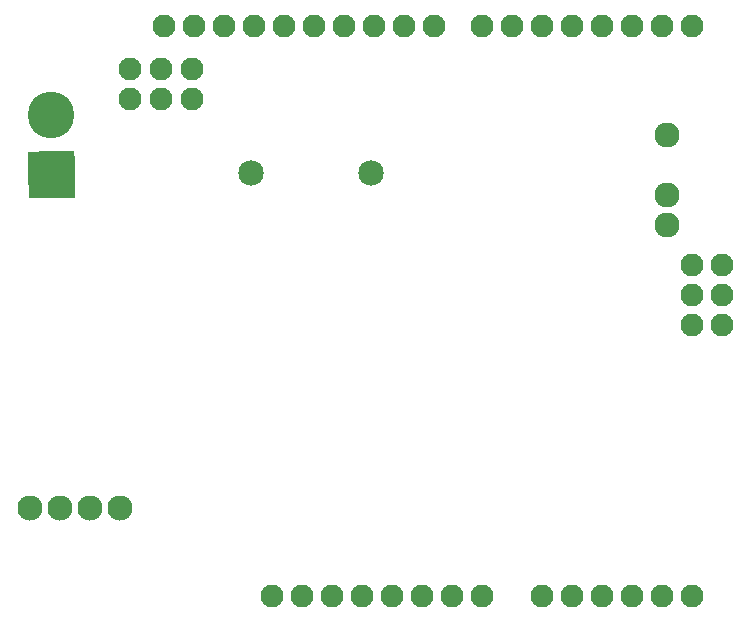
<source format=gbs>
G04 MADE WITH FRITZING*
G04 WWW.FRITZING.ORG*
G04 DOUBLE SIDED*
G04 HOLES PLATED*
G04 CONTOUR ON CENTER OF CONTOUR VECTOR*
%ASAXBY*%
%FSLAX23Y23*%
%MOIN*%
%OFA0B0*%
%SFA1.0B1.0*%
%ADD10C,0.155669*%
%ADD11C,0.083749*%
%ADD12C,0.083889*%
%ADD13C,0.085000*%
%ADD14C,0.076111*%
%ADD15C,0.076139*%
%ADD16C,0.076083*%
%ADD17R,0.001000X0.001000*%
%LNMASK0*%
G90*
G70*
G54D10*
X383Y1706D03*
X387Y1506D03*
G54D11*
X2438Y1339D03*
X2438Y1439D03*
X2438Y1639D03*
G54D12*
X316Y396D03*
X416Y396D03*
X516Y396D03*
X616Y396D03*
G54D13*
X1051Y1513D03*
X1451Y1513D03*
G54D14*
X2122Y103D03*
X2222Y103D03*
X2322Y103D03*
X2422Y103D03*
X2522Y103D03*
X1662Y2003D03*
X1562Y2003D03*
X1462Y2003D03*
X1362Y2003D03*
X1262Y2003D03*
X1162Y2003D03*
X1062Y2003D03*
X962Y2003D03*
X862Y2003D03*
X762Y2003D03*
X2522Y2003D03*
X2422Y2003D03*
X2322Y2003D03*
G54D15*
X2222Y2003D03*
G54D14*
X2122Y2003D03*
X2022Y2003D03*
X1922Y2003D03*
X1822Y2003D03*
X1222Y103D03*
G54D16*
X1122Y103D03*
X1322Y103D03*
G54D14*
X1422Y103D03*
X1522Y103D03*
X1622Y103D03*
X1722Y103D03*
X1822Y103D03*
X2022Y103D03*
X2621Y1205D03*
G54D15*
X2521Y1205D03*
G54D14*
X2621Y1106D03*
G54D15*
X2521Y1106D03*
X2621Y1007D03*
X2521Y1007D03*
G54D14*
X752Y1860D03*
X752Y1760D03*
X856Y1860D03*
X856Y1760D03*
X648Y1860D03*
X648Y1760D03*
G54D17*
X460Y1586D02*
X462Y1586D01*
X402Y1585D02*
X462Y1585D01*
X345Y1584D02*
X462Y1584D01*
X308Y1583D02*
X462Y1583D01*
X308Y1582D02*
X462Y1582D01*
X308Y1581D02*
X462Y1581D01*
X308Y1580D02*
X462Y1580D01*
X308Y1579D02*
X462Y1579D01*
X308Y1578D02*
X462Y1578D01*
X308Y1577D02*
X462Y1577D01*
X308Y1576D02*
X462Y1576D01*
X308Y1575D02*
X462Y1575D01*
X308Y1574D02*
X462Y1574D01*
X308Y1573D02*
X462Y1573D01*
X308Y1572D02*
X462Y1572D01*
X308Y1571D02*
X462Y1571D01*
X308Y1570D02*
X462Y1570D01*
X308Y1569D02*
X462Y1569D01*
X308Y1568D02*
X462Y1568D01*
X308Y1567D02*
X463Y1567D01*
X308Y1566D02*
X463Y1566D01*
X308Y1565D02*
X463Y1565D01*
X308Y1564D02*
X463Y1564D01*
X308Y1563D02*
X463Y1563D01*
X308Y1562D02*
X463Y1562D01*
X308Y1561D02*
X463Y1561D01*
X308Y1560D02*
X463Y1560D01*
X308Y1559D02*
X463Y1559D01*
X308Y1558D02*
X463Y1558D01*
X308Y1557D02*
X463Y1557D01*
X308Y1556D02*
X463Y1556D01*
X308Y1555D02*
X463Y1555D01*
X308Y1554D02*
X463Y1554D01*
X308Y1553D02*
X463Y1553D01*
X308Y1552D02*
X463Y1552D01*
X308Y1551D02*
X463Y1551D01*
X308Y1550D02*
X463Y1550D01*
X308Y1549D02*
X383Y1549D01*
X390Y1549D02*
X463Y1549D01*
X308Y1548D02*
X376Y1548D01*
X397Y1548D02*
X463Y1548D01*
X308Y1547D02*
X372Y1547D01*
X400Y1547D02*
X463Y1547D01*
X308Y1546D02*
X370Y1546D01*
X403Y1546D02*
X463Y1546D01*
X308Y1545D02*
X367Y1545D01*
X405Y1545D02*
X463Y1545D01*
X308Y1544D02*
X365Y1544D01*
X407Y1544D02*
X463Y1544D01*
X308Y1543D02*
X364Y1543D01*
X409Y1543D02*
X463Y1543D01*
X308Y1542D02*
X362Y1542D01*
X410Y1542D02*
X463Y1542D01*
X308Y1541D02*
X361Y1541D01*
X412Y1541D02*
X463Y1541D01*
X308Y1540D02*
X360Y1540D01*
X413Y1540D02*
X463Y1540D01*
X308Y1539D02*
X358Y1539D01*
X414Y1539D02*
X463Y1539D01*
X308Y1538D02*
X357Y1538D01*
X415Y1538D02*
X463Y1538D01*
X308Y1537D02*
X356Y1537D01*
X416Y1537D02*
X463Y1537D01*
X308Y1536D02*
X355Y1536D01*
X417Y1536D02*
X463Y1536D01*
X308Y1535D02*
X354Y1535D01*
X418Y1535D02*
X463Y1535D01*
X308Y1534D02*
X353Y1534D01*
X419Y1534D02*
X463Y1534D01*
X308Y1533D02*
X353Y1533D01*
X420Y1533D02*
X463Y1533D01*
X308Y1532D02*
X352Y1532D01*
X421Y1532D02*
X463Y1532D01*
X308Y1531D02*
X351Y1531D01*
X421Y1531D02*
X463Y1531D01*
X308Y1530D02*
X350Y1530D01*
X422Y1530D02*
X463Y1530D01*
X308Y1529D02*
X350Y1529D01*
X423Y1529D02*
X463Y1529D01*
X309Y1528D02*
X349Y1528D01*
X423Y1528D02*
X463Y1528D01*
X309Y1527D02*
X349Y1527D01*
X424Y1527D02*
X463Y1527D01*
X309Y1526D02*
X348Y1526D01*
X424Y1526D02*
X463Y1526D01*
X309Y1525D02*
X348Y1525D01*
X425Y1525D02*
X463Y1525D01*
X309Y1524D02*
X347Y1524D01*
X425Y1524D02*
X463Y1524D01*
X309Y1523D02*
X347Y1523D01*
X426Y1523D02*
X463Y1523D01*
X309Y1522D02*
X346Y1522D01*
X426Y1522D02*
X463Y1522D01*
X309Y1521D02*
X346Y1521D01*
X427Y1521D02*
X463Y1521D01*
X309Y1520D02*
X346Y1520D01*
X427Y1520D02*
X463Y1520D01*
X309Y1519D02*
X345Y1519D01*
X427Y1519D02*
X463Y1519D01*
X309Y1518D02*
X345Y1518D01*
X428Y1518D02*
X463Y1518D01*
X309Y1517D02*
X345Y1517D01*
X428Y1517D02*
X463Y1517D01*
X309Y1516D02*
X344Y1516D01*
X428Y1516D02*
X463Y1516D01*
X309Y1515D02*
X344Y1515D01*
X428Y1515D02*
X463Y1515D01*
X309Y1514D02*
X344Y1514D01*
X428Y1514D02*
X463Y1514D01*
X309Y1513D02*
X344Y1513D01*
X429Y1513D02*
X463Y1513D01*
X309Y1512D02*
X344Y1512D01*
X429Y1512D02*
X463Y1512D01*
X309Y1511D02*
X344Y1511D01*
X429Y1511D02*
X463Y1511D01*
X309Y1510D02*
X344Y1510D01*
X429Y1510D02*
X464Y1510D01*
X309Y1509D02*
X344Y1509D01*
X429Y1509D02*
X464Y1509D01*
X309Y1508D02*
X344Y1508D01*
X429Y1508D02*
X464Y1508D01*
X309Y1507D02*
X344Y1507D01*
X429Y1507D02*
X464Y1507D01*
X309Y1506D02*
X344Y1506D01*
X429Y1506D02*
X464Y1506D01*
X309Y1505D02*
X344Y1505D01*
X429Y1505D02*
X464Y1505D01*
X309Y1504D02*
X344Y1504D01*
X429Y1504D02*
X464Y1504D01*
X309Y1503D02*
X344Y1503D01*
X429Y1503D02*
X464Y1503D01*
X309Y1502D02*
X344Y1502D01*
X429Y1502D02*
X464Y1502D01*
X309Y1501D02*
X344Y1501D01*
X429Y1501D02*
X464Y1501D01*
X309Y1500D02*
X344Y1500D01*
X428Y1500D02*
X464Y1500D01*
X309Y1499D02*
X344Y1499D01*
X428Y1499D02*
X464Y1499D01*
X309Y1498D02*
X344Y1498D01*
X428Y1498D02*
X464Y1498D01*
X309Y1497D02*
X345Y1497D01*
X428Y1497D02*
X464Y1497D01*
X309Y1496D02*
X345Y1496D01*
X428Y1496D02*
X464Y1496D01*
X309Y1495D02*
X345Y1495D01*
X427Y1495D02*
X464Y1495D01*
X309Y1494D02*
X345Y1494D01*
X427Y1494D02*
X464Y1494D01*
X309Y1493D02*
X346Y1493D01*
X427Y1493D02*
X464Y1493D01*
X309Y1492D02*
X346Y1492D01*
X426Y1492D02*
X464Y1492D01*
X309Y1491D02*
X347Y1491D01*
X426Y1491D02*
X464Y1491D01*
X309Y1490D02*
X347Y1490D01*
X425Y1490D02*
X464Y1490D01*
X309Y1489D02*
X347Y1489D01*
X425Y1489D02*
X464Y1489D01*
X309Y1488D02*
X348Y1488D01*
X425Y1488D02*
X464Y1488D01*
X309Y1487D02*
X348Y1487D01*
X424Y1487D02*
X464Y1487D01*
X309Y1486D02*
X349Y1486D01*
X423Y1486D02*
X464Y1486D01*
X309Y1485D02*
X350Y1485D01*
X423Y1485D02*
X464Y1485D01*
X309Y1484D02*
X350Y1484D01*
X422Y1484D02*
X464Y1484D01*
X309Y1483D02*
X351Y1483D01*
X422Y1483D02*
X464Y1483D01*
X309Y1482D02*
X352Y1482D01*
X421Y1482D02*
X464Y1482D01*
X309Y1481D02*
X352Y1481D01*
X420Y1481D02*
X464Y1481D01*
X309Y1480D02*
X353Y1480D01*
X419Y1480D02*
X464Y1480D01*
X309Y1479D02*
X354Y1479D01*
X418Y1479D02*
X464Y1479D01*
X309Y1478D02*
X355Y1478D01*
X417Y1478D02*
X464Y1478D01*
X309Y1477D02*
X356Y1477D01*
X416Y1477D02*
X464Y1477D01*
X309Y1476D02*
X357Y1476D01*
X415Y1476D02*
X464Y1476D01*
X309Y1475D02*
X358Y1475D01*
X414Y1475D02*
X464Y1475D01*
X309Y1474D02*
X359Y1474D01*
X413Y1474D02*
X464Y1474D01*
X309Y1473D02*
X361Y1473D01*
X412Y1473D02*
X464Y1473D01*
X309Y1472D02*
X362Y1472D01*
X411Y1472D02*
X464Y1472D01*
X310Y1471D02*
X363Y1471D01*
X409Y1471D02*
X464Y1471D01*
X310Y1470D02*
X365Y1470D01*
X407Y1470D02*
X464Y1470D01*
X310Y1469D02*
X367Y1469D01*
X405Y1469D02*
X464Y1469D01*
X310Y1468D02*
X369Y1468D01*
X403Y1468D02*
X464Y1468D01*
X310Y1467D02*
X372Y1467D01*
X401Y1467D02*
X464Y1467D01*
X310Y1466D02*
X375Y1466D01*
X397Y1466D02*
X464Y1466D01*
X310Y1465D02*
X381Y1465D01*
X392Y1465D02*
X464Y1465D01*
X310Y1464D02*
X464Y1464D01*
X310Y1463D02*
X464Y1463D01*
X310Y1462D02*
X464Y1462D01*
X310Y1461D02*
X464Y1461D01*
X310Y1460D02*
X464Y1460D01*
X310Y1459D02*
X464Y1459D01*
X310Y1458D02*
X464Y1458D01*
X310Y1457D02*
X464Y1457D01*
X310Y1456D02*
X464Y1456D01*
X310Y1455D02*
X464Y1455D01*
X310Y1454D02*
X464Y1454D01*
X310Y1453D02*
X465Y1453D01*
X310Y1452D02*
X465Y1452D01*
X310Y1451D02*
X465Y1451D01*
X310Y1450D02*
X465Y1450D01*
X310Y1449D02*
X465Y1449D01*
X310Y1448D02*
X465Y1448D01*
X310Y1447D02*
X465Y1447D01*
X310Y1446D02*
X465Y1446D01*
X310Y1445D02*
X465Y1445D01*
X310Y1444D02*
X465Y1444D01*
X310Y1443D02*
X465Y1443D01*
X310Y1442D02*
X465Y1442D01*
X310Y1441D02*
X465Y1441D01*
X310Y1440D02*
X465Y1440D01*
X310Y1439D02*
X465Y1439D01*
X310Y1438D02*
X465Y1438D01*
X310Y1437D02*
X465Y1437D01*
X310Y1436D02*
X465Y1436D01*
X310Y1435D02*
X465Y1435D01*
X310Y1434D02*
X465Y1434D01*
X310Y1433D02*
X465Y1433D01*
X310Y1432D02*
X465Y1432D01*
X310Y1431D02*
X465Y1431D01*
X310Y1430D02*
X438Y1430D01*
X310Y1429D02*
X380Y1429D01*
X310Y1428D02*
X323Y1428D01*
D02*
G04 End of Mask0*
M02*
</source>
